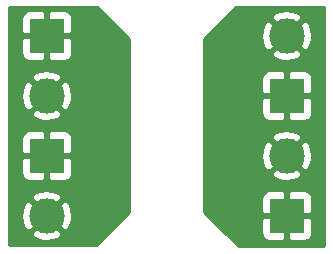
<source format=gbl>
G04 #@! TF.GenerationSoftware,KiCad,Pcbnew,6.0.9-8da3e8f707~116~ubuntu20.04.1*
G04 #@! TF.CreationDate,2023-04-19T17:51:41+00:00*
G04 #@! TF.ProjectId,LEC030301,4c454330-3330-4333-9031-2e6b69636164,rev?*
G04 #@! TF.SameCoordinates,Original*
G04 #@! TF.FileFunction,Copper,L2,Bot*
G04 #@! TF.FilePolarity,Positive*
%FSLAX46Y46*%
G04 Gerber Fmt 4.6, Leading zero omitted, Abs format (unit mm)*
G04 Created by KiCad (PCBNEW 6.0.9-8da3e8f707~116~ubuntu20.04.1) date 2023-04-19 17:51:41*
%MOMM*%
%LPD*%
G01*
G04 APERTURE LIST*
G04 #@! TA.AperFunction,ComponentPad*
%ADD10R,3.000000X3.000000*%
G04 #@! TD*
G04 #@! TA.AperFunction,ComponentPad*
%ADD11C,3.000000*%
G04 #@! TD*
G04 #@! TA.AperFunction,Conductor*
%ADD12C,0.254000*%
G04 #@! TD*
G04 APERTURE END LIST*
D10*
G04 #@! TO.P,J3,1*
G04 #@! TO.N,/blue*
X203200000Y-73660000D03*
D11*
G04 #@! TO.P,J3,2*
X203200000Y-68580000D03*
G04 #@! TD*
D10*
G04 #@! TO.P,J4,1*
G04 #@! TO.N,/blue*
X203200000Y-63500000D03*
D11*
G04 #@! TO.P,J4,2*
X203200000Y-58420000D03*
G04 #@! TD*
D10*
G04 #@! TO.P,J1,1*
G04 #@! TO.N,/green*
X182880000Y-58420000D03*
D11*
G04 #@! TO.P,J1,2*
X182880000Y-63500000D03*
G04 #@! TD*
D10*
G04 #@! TO.P,J2,1*
G04 #@! TO.N,/green*
X182880000Y-68580000D03*
D11*
G04 #@! TO.P,J2,2*
X182880000Y-73660000D03*
G04 #@! TD*
G04 #@! TO.N,/blue*
D12*
X206350001Y-76273000D02*
X199126381Y-76273000D01*
X198013381Y-75160000D01*
X201061928Y-75160000D01*
X201074188Y-75284482D01*
X201110498Y-75404180D01*
X201169463Y-75514494D01*
X201248815Y-75611185D01*
X201345506Y-75690537D01*
X201455820Y-75749502D01*
X201575518Y-75785812D01*
X201700000Y-75798072D01*
X202914250Y-75795000D01*
X203073000Y-75636250D01*
X203073000Y-73787000D01*
X203327000Y-73787000D01*
X203327000Y-75636250D01*
X203485750Y-75795000D01*
X204700000Y-75798072D01*
X204824482Y-75785812D01*
X204944180Y-75749502D01*
X205054494Y-75690537D01*
X205151185Y-75611185D01*
X205230537Y-75514494D01*
X205289502Y-75404180D01*
X205325812Y-75284482D01*
X205338072Y-75160000D01*
X205335000Y-73945750D01*
X205176250Y-73787000D01*
X203327000Y-73787000D01*
X203073000Y-73787000D01*
X201223750Y-73787000D01*
X201065000Y-73945750D01*
X201061928Y-75160000D01*
X198013381Y-75160000D01*
X196240000Y-73386620D01*
X196240000Y-72160000D01*
X201061928Y-72160000D01*
X201065000Y-73374250D01*
X201223750Y-73533000D01*
X203073000Y-73533000D01*
X203073000Y-71683750D01*
X203327000Y-71683750D01*
X203327000Y-73533000D01*
X205176250Y-73533000D01*
X205335000Y-73374250D01*
X205338072Y-72160000D01*
X205325812Y-72035518D01*
X205289502Y-71915820D01*
X205230537Y-71805506D01*
X205151185Y-71708815D01*
X205054494Y-71629463D01*
X204944180Y-71570498D01*
X204824482Y-71534188D01*
X204700000Y-71521928D01*
X203485750Y-71525000D01*
X203327000Y-71683750D01*
X203073000Y-71683750D01*
X202914250Y-71525000D01*
X201700000Y-71521928D01*
X201575518Y-71534188D01*
X201455820Y-71570498D01*
X201345506Y-71629463D01*
X201248815Y-71708815D01*
X201169463Y-71805506D01*
X201110498Y-71915820D01*
X201074188Y-72035518D01*
X201061928Y-72160000D01*
X196240000Y-72160000D01*
X196240000Y-70071653D01*
X201887952Y-70071653D01*
X202043962Y-70387214D01*
X202418745Y-70578020D01*
X202823551Y-70692044D01*
X203242824Y-70724902D01*
X203660451Y-70675334D01*
X204060383Y-70545243D01*
X204356038Y-70387214D01*
X204512048Y-70071653D01*
X203200000Y-68759605D01*
X201887952Y-70071653D01*
X196240000Y-70071653D01*
X196240000Y-68622824D01*
X201055098Y-68622824D01*
X201104666Y-69040451D01*
X201234757Y-69440383D01*
X201392786Y-69736038D01*
X201708347Y-69892048D01*
X203020395Y-68580000D01*
X203379605Y-68580000D01*
X204691653Y-69892048D01*
X205007214Y-69736038D01*
X205198020Y-69361255D01*
X205312044Y-68956449D01*
X205344902Y-68537176D01*
X205295334Y-68119549D01*
X205165243Y-67719617D01*
X205007214Y-67423962D01*
X204691653Y-67267952D01*
X203379605Y-68580000D01*
X203020395Y-68580000D01*
X201708347Y-67267952D01*
X201392786Y-67423962D01*
X201201980Y-67798745D01*
X201087956Y-68203551D01*
X201055098Y-68622824D01*
X196240000Y-68622824D01*
X196240000Y-67088347D01*
X201887952Y-67088347D01*
X203200000Y-68400395D01*
X204512048Y-67088347D01*
X204356038Y-66772786D01*
X203981255Y-66581980D01*
X203576449Y-66467956D01*
X203157176Y-66435098D01*
X202739549Y-66484666D01*
X202339617Y-66614757D01*
X202043962Y-66772786D01*
X201887952Y-67088347D01*
X196240000Y-67088347D01*
X196240000Y-65000000D01*
X201061928Y-65000000D01*
X201074188Y-65124482D01*
X201110498Y-65244180D01*
X201169463Y-65354494D01*
X201248815Y-65451185D01*
X201345506Y-65530537D01*
X201455820Y-65589502D01*
X201575518Y-65625812D01*
X201700000Y-65638072D01*
X202914250Y-65635000D01*
X203073000Y-65476250D01*
X203073000Y-63627000D01*
X203327000Y-63627000D01*
X203327000Y-65476250D01*
X203485750Y-65635000D01*
X204700000Y-65638072D01*
X204824482Y-65625812D01*
X204944180Y-65589502D01*
X205054494Y-65530537D01*
X205151185Y-65451185D01*
X205230537Y-65354494D01*
X205289502Y-65244180D01*
X205325812Y-65124482D01*
X205338072Y-65000000D01*
X205335000Y-63785750D01*
X205176250Y-63627000D01*
X203327000Y-63627000D01*
X203073000Y-63627000D01*
X201223750Y-63627000D01*
X201065000Y-63785750D01*
X201061928Y-65000000D01*
X196240000Y-65000000D01*
X196240000Y-62000000D01*
X201061928Y-62000000D01*
X201065000Y-63214250D01*
X201223750Y-63373000D01*
X203073000Y-63373000D01*
X203073000Y-61523750D01*
X203327000Y-61523750D01*
X203327000Y-63373000D01*
X205176250Y-63373000D01*
X205335000Y-63214250D01*
X205338072Y-62000000D01*
X205325812Y-61875518D01*
X205289502Y-61755820D01*
X205230537Y-61645506D01*
X205151185Y-61548815D01*
X205054494Y-61469463D01*
X204944180Y-61410498D01*
X204824482Y-61374188D01*
X204700000Y-61361928D01*
X203485750Y-61365000D01*
X203327000Y-61523750D01*
X203073000Y-61523750D01*
X202914250Y-61365000D01*
X201700000Y-61361928D01*
X201575518Y-61374188D01*
X201455820Y-61410498D01*
X201345506Y-61469463D01*
X201248815Y-61548815D01*
X201169463Y-61645506D01*
X201110498Y-61755820D01*
X201074188Y-61875518D01*
X201061928Y-62000000D01*
X196240000Y-62000000D01*
X196240000Y-59911653D01*
X201887952Y-59911653D01*
X202043962Y-60227214D01*
X202418745Y-60418020D01*
X202823551Y-60532044D01*
X203242824Y-60564902D01*
X203660451Y-60515334D01*
X204060383Y-60385243D01*
X204356038Y-60227214D01*
X204512048Y-59911653D01*
X203200000Y-58599605D01*
X201887952Y-59911653D01*
X196240000Y-59911653D01*
X196240000Y-58693380D01*
X196470556Y-58462824D01*
X201055098Y-58462824D01*
X201104666Y-58880451D01*
X201234757Y-59280383D01*
X201392786Y-59576038D01*
X201708347Y-59732048D01*
X203020395Y-58420000D01*
X203379605Y-58420000D01*
X204691653Y-59732048D01*
X205007214Y-59576038D01*
X205198020Y-59201255D01*
X205312044Y-58796449D01*
X205344902Y-58377176D01*
X205295334Y-57959549D01*
X205165243Y-57559617D01*
X205007214Y-57263962D01*
X204691653Y-57107952D01*
X203379605Y-58420000D01*
X203020395Y-58420000D01*
X201708347Y-57107952D01*
X201392786Y-57263962D01*
X201201980Y-57638745D01*
X201087956Y-58043551D01*
X201055098Y-58462824D01*
X196470556Y-58462824D01*
X198005033Y-56928347D01*
X201887952Y-56928347D01*
X203200000Y-58240395D01*
X204512048Y-56928347D01*
X204356038Y-56612786D01*
X203981255Y-56421980D01*
X203576449Y-56307956D01*
X203157176Y-56275098D01*
X202739549Y-56324666D01*
X202339617Y-56454757D01*
X202043962Y-56612786D01*
X201887952Y-56928347D01*
X198005033Y-56928347D01*
X198926381Y-56007000D01*
X206350000Y-56007000D01*
X206350001Y-76273000D01*
X206350001Y-76273000D02*
X206350000Y-56007000D01*
G04 #@! TA.AperFunction,Conductor*
G36*
X206350001Y-76273000D02*
G01*
X199126381Y-76273000D01*
X198013381Y-75160000D01*
X201061928Y-75160000D01*
X201074188Y-75284482D01*
X201110498Y-75404180D01*
X201169463Y-75514494D01*
X201248815Y-75611185D01*
X201345506Y-75690537D01*
X201455820Y-75749502D01*
X201575518Y-75785812D01*
X201700000Y-75798072D01*
X202914250Y-75795000D01*
X203073000Y-75636250D01*
X203073000Y-73787000D01*
X203327000Y-73787000D01*
X203327000Y-75636250D01*
X203485750Y-75795000D01*
X204700000Y-75798072D01*
X204824482Y-75785812D01*
X204944180Y-75749502D01*
X205054494Y-75690537D01*
X205151185Y-75611185D01*
X205230537Y-75514494D01*
X205289502Y-75404180D01*
X205325812Y-75284482D01*
X205338072Y-75160000D01*
X205335000Y-73945750D01*
X205176250Y-73787000D01*
X203327000Y-73787000D01*
X203073000Y-73787000D01*
X201223750Y-73787000D01*
X201065000Y-73945750D01*
X201061928Y-75160000D01*
X198013381Y-75160000D01*
X196240000Y-73386620D01*
X196240000Y-72160000D01*
X201061928Y-72160000D01*
X201065000Y-73374250D01*
X201223750Y-73533000D01*
X203073000Y-73533000D01*
X203073000Y-71683750D01*
X203327000Y-71683750D01*
X203327000Y-73533000D01*
X205176250Y-73533000D01*
X205335000Y-73374250D01*
X205338072Y-72160000D01*
X205325812Y-72035518D01*
X205289502Y-71915820D01*
X205230537Y-71805506D01*
X205151185Y-71708815D01*
X205054494Y-71629463D01*
X204944180Y-71570498D01*
X204824482Y-71534188D01*
X204700000Y-71521928D01*
X203485750Y-71525000D01*
X203327000Y-71683750D01*
X203073000Y-71683750D01*
X202914250Y-71525000D01*
X201700000Y-71521928D01*
X201575518Y-71534188D01*
X201455820Y-71570498D01*
X201345506Y-71629463D01*
X201248815Y-71708815D01*
X201169463Y-71805506D01*
X201110498Y-71915820D01*
X201074188Y-72035518D01*
X201061928Y-72160000D01*
X196240000Y-72160000D01*
X196240000Y-70071653D01*
X201887952Y-70071653D01*
X202043962Y-70387214D01*
X202418745Y-70578020D01*
X202823551Y-70692044D01*
X203242824Y-70724902D01*
X203660451Y-70675334D01*
X204060383Y-70545243D01*
X204356038Y-70387214D01*
X204512048Y-70071653D01*
X203200000Y-68759605D01*
X201887952Y-70071653D01*
X196240000Y-70071653D01*
X196240000Y-68622824D01*
X201055098Y-68622824D01*
X201104666Y-69040451D01*
X201234757Y-69440383D01*
X201392786Y-69736038D01*
X201708347Y-69892048D01*
X203020395Y-68580000D01*
X203379605Y-68580000D01*
X204691653Y-69892048D01*
X205007214Y-69736038D01*
X205198020Y-69361255D01*
X205312044Y-68956449D01*
X205344902Y-68537176D01*
X205295334Y-68119549D01*
X205165243Y-67719617D01*
X205007214Y-67423962D01*
X204691653Y-67267952D01*
X203379605Y-68580000D01*
X203020395Y-68580000D01*
X201708347Y-67267952D01*
X201392786Y-67423962D01*
X201201980Y-67798745D01*
X201087956Y-68203551D01*
X201055098Y-68622824D01*
X196240000Y-68622824D01*
X196240000Y-67088347D01*
X201887952Y-67088347D01*
X203200000Y-68400395D01*
X204512048Y-67088347D01*
X204356038Y-66772786D01*
X203981255Y-66581980D01*
X203576449Y-66467956D01*
X203157176Y-66435098D01*
X202739549Y-66484666D01*
X202339617Y-66614757D01*
X202043962Y-66772786D01*
X201887952Y-67088347D01*
X196240000Y-67088347D01*
X196240000Y-65000000D01*
X201061928Y-65000000D01*
X201074188Y-65124482D01*
X201110498Y-65244180D01*
X201169463Y-65354494D01*
X201248815Y-65451185D01*
X201345506Y-65530537D01*
X201455820Y-65589502D01*
X201575518Y-65625812D01*
X201700000Y-65638072D01*
X202914250Y-65635000D01*
X203073000Y-65476250D01*
X203073000Y-63627000D01*
X203327000Y-63627000D01*
X203327000Y-65476250D01*
X203485750Y-65635000D01*
X204700000Y-65638072D01*
X204824482Y-65625812D01*
X204944180Y-65589502D01*
X205054494Y-65530537D01*
X205151185Y-65451185D01*
X205230537Y-65354494D01*
X205289502Y-65244180D01*
X205325812Y-65124482D01*
X205338072Y-65000000D01*
X205335000Y-63785750D01*
X205176250Y-63627000D01*
X203327000Y-63627000D01*
X203073000Y-63627000D01*
X201223750Y-63627000D01*
X201065000Y-63785750D01*
X201061928Y-65000000D01*
X196240000Y-65000000D01*
X196240000Y-62000000D01*
X201061928Y-62000000D01*
X201065000Y-63214250D01*
X201223750Y-63373000D01*
X203073000Y-63373000D01*
X203073000Y-61523750D01*
X203327000Y-61523750D01*
X203327000Y-63373000D01*
X205176250Y-63373000D01*
X205335000Y-63214250D01*
X205338072Y-62000000D01*
X205325812Y-61875518D01*
X205289502Y-61755820D01*
X205230537Y-61645506D01*
X205151185Y-61548815D01*
X205054494Y-61469463D01*
X204944180Y-61410498D01*
X204824482Y-61374188D01*
X204700000Y-61361928D01*
X203485750Y-61365000D01*
X203327000Y-61523750D01*
X203073000Y-61523750D01*
X202914250Y-61365000D01*
X201700000Y-61361928D01*
X201575518Y-61374188D01*
X201455820Y-61410498D01*
X201345506Y-61469463D01*
X201248815Y-61548815D01*
X201169463Y-61645506D01*
X201110498Y-61755820D01*
X201074188Y-61875518D01*
X201061928Y-62000000D01*
X196240000Y-62000000D01*
X196240000Y-59911653D01*
X201887952Y-59911653D01*
X202043962Y-60227214D01*
X202418745Y-60418020D01*
X202823551Y-60532044D01*
X203242824Y-60564902D01*
X203660451Y-60515334D01*
X204060383Y-60385243D01*
X204356038Y-60227214D01*
X204512048Y-59911653D01*
X203200000Y-58599605D01*
X201887952Y-59911653D01*
X196240000Y-59911653D01*
X196240000Y-58693380D01*
X196470556Y-58462824D01*
X201055098Y-58462824D01*
X201104666Y-58880451D01*
X201234757Y-59280383D01*
X201392786Y-59576038D01*
X201708347Y-59732048D01*
X203020395Y-58420000D01*
X203379605Y-58420000D01*
X204691653Y-59732048D01*
X205007214Y-59576038D01*
X205198020Y-59201255D01*
X205312044Y-58796449D01*
X205344902Y-58377176D01*
X205295334Y-57959549D01*
X205165243Y-57559617D01*
X205007214Y-57263962D01*
X204691653Y-57107952D01*
X203379605Y-58420000D01*
X203020395Y-58420000D01*
X201708347Y-57107952D01*
X201392786Y-57263962D01*
X201201980Y-57638745D01*
X201087956Y-58043551D01*
X201055098Y-58462824D01*
X196470556Y-58462824D01*
X198005033Y-56928347D01*
X201887952Y-56928347D01*
X203200000Y-58240395D01*
X204512048Y-56928347D01*
X204356038Y-56612786D01*
X203981255Y-56421980D01*
X203576449Y-56307956D01*
X203157176Y-56275098D01*
X202739549Y-56324666D01*
X202339617Y-56454757D01*
X202043962Y-56612786D01*
X201887952Y-56928347D01*
X198005033Y-56928347D01*
X198926381Y-56007000D01*
X206350000Y-56007000D01*
X206350001Y-76273000D01*
G37*
G04 #@! TD.AperFunction*
G04 #@! TD*
G04 #@! TO.N,/green*
X189840001Y-58693382D02*
X189840000Y-73386619D01*
X187053620Y-76173000D01*
X179730000Y-76173000D01*
X179730000Y-75151653D01*
X181567952Y-75151653D01*
X181723962Y-75467214D01*
X182098745Y-75658020D01*
X182503551Y-75772044D01*
X182922824Y-75804902D01*
X183340451Y-75755334D01*
X183740383Y-75625243D01*
X184036038Y-75467214D01*
X184192048Y-75151653D01*
X182880000Y-73839605D01*
X181567952Y-75151653D01*
X179730000Y-75151653D01*
X179730000Y-73702824D01*
X180735098Y-73702824D01*
X180784666Y-74120451D01*
X180914757Y-74520383D01*
X181072786Y-74816038D01*
X181388347Y-74972048D01*
X182700395Y-73660000D01*
X183059605Y-73660000D01*
X184371653Y-74972048D01*
X184687214Y-74816038D01*
X184878020Y-74441255D01*
X184992044Y-74036449D01*
X185024902Y-73617176D01*
X184975334Y-73199549D01*
X184845243Y-72799617D01*
X184687214Y-72503962D01*
X184371653Y-72347952D01*
X183059605Y-73660000D01*
X182700395Y-73660000D01*
X181388347Y-72347952D01*
X181072786Y-72503962D01*
X180881980Y-72878745D01*
X180767956Y-73283551D01*
X180735098Y-73702824D01*
X179730000Y-73702824D01*
X179730000Y-72168347D01*
X181567952Y-72168347D01*
X182880000Y-73480395D01*
X184192048Y-72168347D01*
X184036038Y-71852786D01*
X183661255Y-71661980D01*
X183256449Y-71547956D01*
X182837176Y-71515098D01*
X182419549Y-71564666D01*
X182019617Y-71694757D01*
X181723962Y-71852786D01*
X181567952Y-72168347D01*
X179730000Y-72168347D01*
X179730000Y-70080000D01*
X180741928Y-70080000D01*
X180754188Y-70204482D01*
X180790498Y-70324180D01*
X180849463Y-70434494D01*
X180928815Y-70531185D01*
X181025506Y-70610537D01*
X181135820Y-70669502D01*
X181255518Y-70705812D01*
X181380000Y-70718072D01*
X182594250Y-70715000D01*
X182753000Y-70556250D01*
X182753000Y-68707000D01*
X183007000Y-68707000D01*
X183007000Y-70556250D01*
X183165750Y-70715000D01*
X184380000Y-70718072D01*
X184504482Y-70705812D01*
X184624180Y-70669502D01*
X184734494Y-70610537D01*
X184831185Y-70531185D01*
X184910537Y-70434494D01*
X184969502Y-70324180D01*
X185005812Y-70204482D01*
X185018072Y-70080000D01*
X185015000Y-68865750D01*
X184856250Y-68707000D01*
X183007000Y-68707000D01*
X182753000Y-68707000D01*
X180903750Y-68707000D01*
X180745000Y-68865750D01*
X180741928Y-70080000D01*
X179730000Y-70080000D01*
X179730000Y-67080000D01*
X180741928Y-67080000D01*
X180745000Y-68294250D01*
X180903750Y-68453000D01*
X182753000Y-68453000D01*
X182753000Y-66603750D01*
X183007000Y-66603750D01*
X183007000Y-68453000D01*
X184856250Y-68453000D01*
X185015000Y-68294250D01*
X185018072Y-67080000D01*
X185005812Y-66955518D01*
X184969502Y-66835820D01*
X184910537Y-66725506D01*
X184831185Y-66628815D01*
X184734494Y-66549463D01*
X184624180Y-66490498D01*
X184504482Y-66454188D01*
X184380000Y-66441928D01*
X183165750Y-66445000D01*
X183007000Y-66603750D01*
X182753000Y-66603750D01*
X182594250Y-66445000D01*
X181380000Y-66441928D01*
X181255518Y-66454188D01*
X181135820Y-66490498D01*
X181025506Y-66549463D01*
X180928815Y-66628815D01*
X180849463Y-66725506D01*
X180790498Y-66835820D01*
X180754188Y-66955518D01*
X180741928Y-67080000D01*
X179730000Y-67080000D01*
X179730000Y-64991653D01*
X181567952Y-64991653D01*
X181723962Y-65307214D01*
X182098745Y-65498020D01*
X182503551Y-65612044D01*
X182922824Y-65644902D01*
X183340451Y-65595334D01*
X183740383Y-65465243D01*
X184036038Y-65307214D01*
X184192048Y-64991653D01*
X182880000Y-63679605D01*
X181567952Y-64991653D01*
X179730000Y-64991653D01*
X179730000Y-63542824D01*
X180735098Y-63542824D01*
X180784666Y-63960451D01*
X180914757Y-64360383D01*
X181072786Y-64656038D01*
X181388347Y-64812048D01*
X182700395Y-63500000D01*
X183059605Y-63500000D01*
X184371653Y-64812048D01*
X184687214Y-64656038D01*
X184878020Y-64281255D01*
X184992044Y-63876449D01*
X185024902Y-63457176D01*
X184975334Y-63039549D01*
X184845243Y-62639617D01*
X184687214Y-62343962D01*
X184371653Y-62187952D01*
X183059605Y-63500000D01*
X182700395Y-63500000D01*
X181388347Y-62187952D01*
X181072786Y-62343962D01*
X180881980Y-62718745D01*
X180767956Y-63123551D01*
X180735098Y-63542824D01*
X179730000Y-63542824D01*
X179730000Y-62008347D01*
X181567952Y-62008347D01*
X182880000Y-63320395D01*
X184192048Y-62008347D01*
X184036038Y-61692786D01*
X183661255Y-61501980D01*
X183256449Y-61387956D01*
X182837176Y-61355098D01*
X182419549Y-61404666D01*
X182019617Y-61534757D01*
X181723962Y-61692786D01*
X181567952Y-62008347D01*
X179730000Y-62008347D01*
X179730000Y-59920000D01*
X180741928Y-59920000D01*
X180754188Y-60044482D01*
X180790498Y-60164180D01*
X180849463Y-60274494D01*
X180928815Y-60371185D01*
X181025506Y-60450537D01*
X181135820Y-60509502D01*
X181255518Y-60545812D01*
X181380000Y-60558072D01*
X182594250Y-60555000D01*
X182753000Y-60396250D01*
X182753000Y-58547000D01*
X183007000Y-58547000D01*
X183007000Y-60396250D01*
X183165750Y-60555000D01*
X184380000Y-60558072D01*
X184504482Y-60545812D01*
X184624180Y-60509502D01*
X184734494Y-60450537D01*
X184831185Y-60371185D01*
X184910537Y-60274494D01*
X184969502Y-60164180D01*
X185005812Y-60044482D01*
X185018072Y-59920000D01*
X185015000Y-58705750D01*
X184856250Y-58547000D01*
X183007000Y-58547000D01*
X182753000Y-58547000D01*
X180903750Y-58547000D01*
X180745000Y-58705750D01*
X180741928Y-59920000D01*
X179730000Y-59920000D01*
X179730000Y-56920000D01*
X180741928Y-56920000D01*
X180745000Y-58134250D01*
X180903750Y-58293000D01*
X182753000Y-58293000D01*
X182753000Y-56443750D01*
X183007000Y-56443750D01*
X183007000Y-58293000D01*
X184856250Y-58293000D01*
X185015000Y-58134250D01*
X185018072Y-56920000D01*
X185005812Y-56795518D01*
X184969502Y-56675820D01*
X184910537Y-56565506D01*
X184831185Y-56468815D01*
X184734494Y-56389463D01*
X184624180Y-56330498D01*
X184504482Y-56294188D01*
X184380000Y-56281928D01*
X183165750Y-56285000D01*
X183007000Y-56443750D01*
X182753000Y-56443750D01*
X182594250Y-56285000D01*
X181380000Y-56281928D01*
X181255518Y-56294188D01*
X181135820Y-56330498D01*
X181025506Y-56389463D01*
X180928815Y-56468815D01*
X180849463Y-56565506D01*
X180790498Y-56675820D01*
X180754188Y-56795518D01*
X180741928Y-56920000D01*
X179730000Y-56920000D01*
X179730000Y-56007000D01*
X187153620Y-56007000D01*
X189840001Y-58693382D01*
X189840001Y-58693382D02*
X187153620Y-56007000D01*
G04 #@! TA.AperFunction,Conductor*
G36*
X189840001Y-58693382D02*
G01*
X189840000Y-73386619D01*
X187053620Y-76173000D01*
X179730000Y-76173000D01*
X179730000Y-75151653D01*
X181567952Y-75151653D01*
X181723962Y-75467214D01*
X182098745Y-75658020D01*
X182503551Y-75772044D01*
X182922824Y-75804902D01*
X183340451Y-75755334D01*
X183740383Y-75625243D01*
X184036038Y-75467214D01*
X184192048Y-75151653D01*
X182880000Y-73839605D01*
X181567952Y-75151653D01*
X179730000Y-75151653D01*
X179730000Y-73702824D01*
X180735098Y-73702824D01*
X180784666Y-74120451D01*
X180914757Y-74520383D01*
X181072786Y-74816038D01*
X181388347Y-74972048D01*
X182700395Y-73660000D01*
X183059605Y-73660000D01*
X184371653Y-74972048D01*
X184687214Y-74816038D01*
X184878020Y-74441255D01*
X184992044Y-74036449D01*
X185024902Y-73617176D01*
X184975334Y-73199549D01*
X184845243Y-72799617D01*
X184687214Y-72503962D01*
X184371653Y-72347952D01*
X183059605Y-73660000D01*
X182700395Y-73660000D01*
X181388347Y-72347952D01*
X181072786Y-72503962D01*
X180881980Y-72878745D01*
X180767956Y-73283551D01*
X180735098Y-73702824D01*
X179730000Y-73702824D01*
X179730000Y-72168347D01*
X181567952Y-72168347D01*
X182880000Y-73480395D01*
X184192048Y-72168347D01*
X184036038Y-71852786D01*
X183661255Y-71661980D01*
X183256449Y-71547956D01*
X182837176Y-71515098D01*
X182419549Y-71564666D01*
X182019617Y-71694757D01*
X181723962Y-71852786D01*
X181567952Y-72168347D01*
X179730000Y-72168347D01*
X179730000Y-70080000D01*
X180741928Y-70080000D01*
X180754188Y-70204482D01*
X180790498Y-70324180D01*
X180849463Y-70434494D01*
X180928815Y-70531185D01*
X181025506Y-70610537D01*
X181135820Y-70669502D01*
X181255518Y-70705812D01*
X181380000Y-70718072D01*
X182594250Y-70715000D01*
X182753000Y-70556250D01*
X182753000Y-68707000D01*
X183007000Y-68707000D01*
X183007000Y-70556250D01*
X183165750Y-70715000D01*
X184380000Y-70718072D01*
X184504482Y-70705812D01*
X184624180Y-70669502D01*
X184734494Y-70610537D01*
X184831185Y-70531185D01*
X184910537Y-70434494D01*
X184969502Y-70324180D01*
X185005812Y-70204482D01*
X185018072Y-70080000D01*
X185015000Y-68865750D01*
X184856250Y-68707000D01*
X183007000Y-68707000D01*
X182753000Y-68707000D01*
X180903750Y-68707000D01*
X180745000Y-68865750D01*
X180741928Y-70080000D01*
X179730000Y-70080000D01*
X179730000Y-67080000D01*
X180741928Y-67080000D01*
X180745000Y-68294250D01*
X180903750Y-68453000D01*
X182753000Y-68453000D01*
X182753000Y-66603750D01*
X183007000Y-66603750D01*
X183007000Y-68453000D01*
X184856250Y-68453000D01*
X185015000Y-68294250D01*
X185018072Y-67080000D01*
X185005812Y-66955518D01*
X184969502Y-66835820D01*
X184910537Y-66725506D01*
X184831185Y-66628815D01*
X184734494Y-66549463D01*
X184624180Y-66490498D01*
X184504482Y-66454188D01*
X184380000Y-66441928D01*
X183165750Y-66445000D01*
X183007000Y-66603750D01*
X182753000Y-66603750D01*
X182594250Y-66445000D01*
X181380000Y-66441928D01*
X181255518Y-66454188D01*
X181135820Y-66490498D01*
X181025506Y-66549463D01*
X180928815Y-66628815D01*
X180849463Y-66725506D01*
X180790498Y-66835820D01*
X180754188Y-66955518D01*
X180741928Y-67080000D01*
X179730000Y-67080000D01*
X179730000Y-64991653D01*
X181567952Y-64991653D01*
X181723962Y-65307214D01*
X182098745Y-65498020D01*
X182503551Y-65612044D01*
X182922824Y-65644902D01*
X183340451Y-65595334D01*
X183740383Y-65465243D01*
X184036038Y-65307214D01*
X184192048Y-64991653D01*
X182880000Y-63679605D01*
X181567952Y-64991653D01*
X179730000Y-64991653D01*
X179730000Y-63542824D01*
X180735098Y-63542824D01*
X180784666Y-63960451D01*
X180914757Y-64360383D01*
X181072786Y-64656038D01*
X181388347Y-64812048D01*
X182700395Y-63500000D01*
X183059605Y-63500000D01*
X184371653Y-64812048D01*
X184687214Y-64656038D01*
X184878020Y-64281255D01*
X184992044Y-63876449D01*
X185024902Y-63457176D01*
X184975334Y-63039549D01*
X184845243Y-62639617D01*
X184687214Y-62343962D01*
X184371653Y-62187952D01*
X183059605Y-63500000D01*
X182700395Y-63500000D01*
X181388347Y-62187952D01*
X181072786Y-62343962D01*
X180881980Y-62718745D01*
X180767956Y-63123551D01*
X180735098Y-63542824D01*
X179730000Y-63542824D01*
X179730000Y-62008347D01*
X181567952Y-62008347D01*
X182880000Y-63320395D01*
X184192048Y-62008347D01*
X184036038Y-61692786D01*
X183661255Y-61501980D01*
X183256449Y-61387956D01*
X182837176Y-61355098D01*
X182419549Y-61404666D01*
X182019617Y-61534757D01*
X181723962Y-61692786D01*
X181567952Y-62008347D01*
X179730000Y-62008347D01*
X179730000Y-59920000D01*
X180741928Y-59920000D01*
X180754188Y-60044482D01*
X180790498Y-60164180D01*
X180849463Y-60274494D01*
X180928815Y-60371185D01*
X181025506Y-60450537D01*
X181135820Y-60509502D01*
X181255518Y-60545812D01*
X181380000Y-60558072D01*
X182594250Y-60555000D01*
X182753000Y-60396250D01*
X182753000Y-58547000D01*
X183007000Y-58547000D01*
X183007000Y-60396250D01*
X183165750Y-60555000D01*
X184380000Y-60558072D01*
X184504482Y-60545812D01*
X184624180Y-60509502D01*
X184734494Y-60450537D01*
X184831185Y-60371185D01*
X184910537Y-60274494D01*
X184969502Y-60164180D01*
X185005812Y-60044482D01*
X185018072Y-59920000D01*
X185015000Y-58705750D01*
X184856250Y-58547000D01*
X183007000Y-58547000D01*
X182753000Y-58547000D01*
X180903750Y-58547000D01*
X180745000Y-58705750D01*
X180741928Y-59920000D01*
X179730000Y-59920000D01*
X179730000Y-56920000D01*
X180741928Y-56920000D01*
X180745000Y-58134250D01*
X180903750Y-58293000D01*
X182753000Y-58293000D01*
X182753000Y-56443750D01*
X183007000Y-56443750D01*
X183007000Y-58293000D01*
X184856250Y-58293000D01*
X185015000Y-58134250D01*
X185018072Y-56920000D01*
X185005812Y-56795518D01*
X184969502Y-56675820D01*
X184910537Y-56565506D01*
X184831185Y-56468815D01*
X184734494Y-56389463D01*
X184624180Y-56330498D01*
X184504482Y-56294188D01*
X184380000Y-56281928D01*
X183165750Y-56285000D01*
X183007000Y-56443750D01*
X182753000Y-56443750D01*
X182594250Y-56285000D01*
X181380000Y-56281928D01*
X181255518Y-56294188D01*
X181135820Y-56330498D01*
X181025506Y-56389463D01*
X180928815Y-56468815D01*
X180849463Y-56565506D01*
X180790498Y-56675820D01*
X180754188Y-56795518D01*
X180741928Y-56920000D01*
X179730000Y-56920000D01*
X179730000Y-56007000D01*
X187153620Y-56007000D01*
X189840001Y-58693382D01*
G37*
G04 #@! TD.AperFunction*
G04 #@! TD*
M02*

</source>
